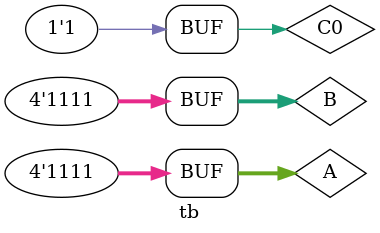
<source format=v>
`timescale 1ns / 1ps


module tb(

    );
     reg [3:0] A;
     reg [3:0] B;
     reg C0;
     wire [3:0] S;
     wire C4;
     full_adder dut( .a(A),.b(B),.cin(C0),.sum(S),.carry(C4));    
     initial begin
     A = 4'b0011;B=4'b0011;C0 = 1'b0; #10;
     A = 4'b1011;B=4'b0111;C0 = 1'b1; #10;
     A = 4'b1111;B=4'b1111;C0 = 1'b1; #10;
     end

endmodule
</source>
